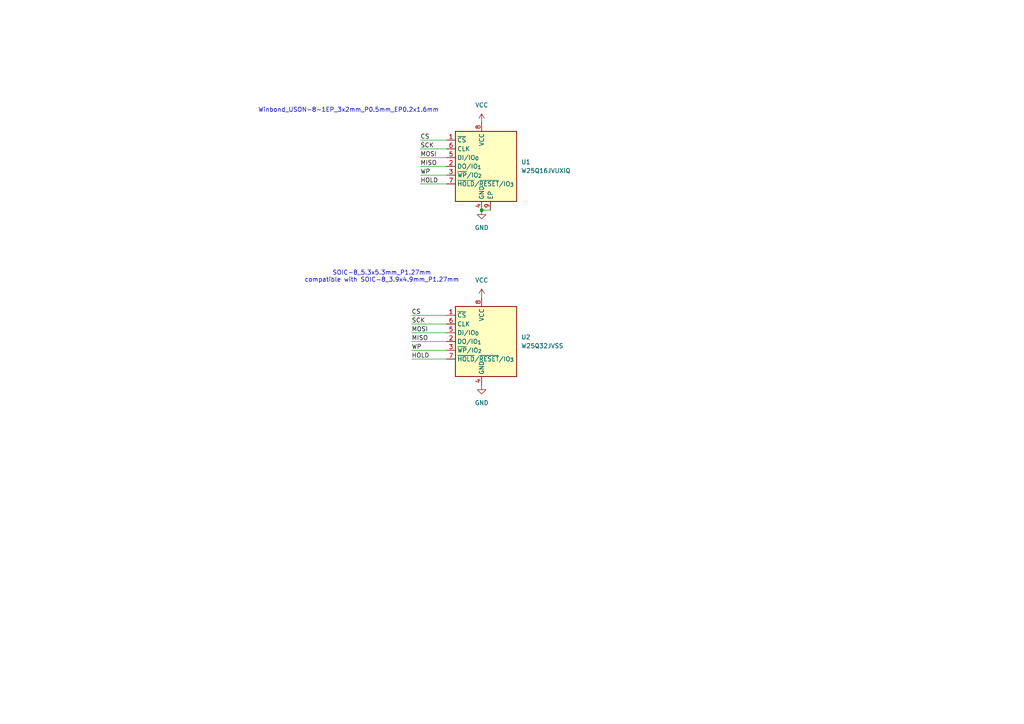
<source format=kicad_sch>
(kicad_sch (version 20250114) (generator "eeschema") (generator_version "9.0")
  (paper "A4")
  (lib_symbols
    (symbol "Memory_Flash:W25Q32JVSS"
      (property "Reference" "U" (at -6.35 11.43 0))
      (property "Value" "W25Q32JVSS" (at 7.62 11.43 0))
      (symbol "W25Q32JVSS_0_1"
        (rectangle (start -7.62 10.16) (end 10.16 -10.16) (stroke (width 0.254)) (fill (type background)))
      )
      (symbol "W25Q32JVSS_1_1"
        (pin input line (at -10.16 7.62 0) (length 2.54) (name "~{CS}") (number "1"))
        (pin input line (at -10.16 5.08 0) (length 2.54) (name "CLK") (number "6"))
        (pin bidirectional line (at -10.16 2.54 0) (length 2.54) (name "DI/IO_{0}") (number "5"))
        (pin bidirectional line (at -10.16 0 0) (length 2.54) (name "DO/IO_{1}") (number "2"))
        (pin bidirectional line (at -10.16 -2.54 0) (length 2.54) (name "~{WP}/IO_{2}") (number "3"))
        (pin bidirectional line (at -10.16 -5.08 0) (length 2.54) (name "~{HOLD}/~{RESET}/IO_{3}") (number "7"))
        (pin power_in line (at 0 12.7 270) (length 2.54) (name "VCC") (number "8"))
        (pin power_in line (at 0 -12.7 90) (length 2.54) (name "GND") (number "4"))
      )
    )
    (symbol "Memory_Flash:W25Q32JVZP"
      (property "Reference" "U" (at -6.35 11.43 0))
      (property "Value" "W25Q32JVZP" (at 7.62 11.43 0))
      (symbol "W25Q32JVZP_0_1"
        (rectangle (start -7.62 10.16) (end 10.16 -10.16) (stroke (width 0.254)) (fill (type background)))
      )
      (symbol "W25Q32JVZP_1_1"
        (pin input line (at -10.16 7.62 0) (length 2.54) (name "~{CS}") (number "1"))
        (pin input line (at -10.16 5.08 0) (length 2.54) (name "CLK") (number "6"))
        (pin bidirectional line (at -10.16 2.54 0) (length 2.54) (name "DI/IO_{0}") (number "5"))
        (pin bidirectional line (at -10.16 0 0) (length 2.54) (name "DO/IO_{1}") (number "2"))
        (pin bidirectional line (at -10.16 -2.54 0) (length 2.54) (name "~{WP}/IO_{2}") (number "3"))
        (pin bidirectional line (at -10.16 -5.08 0) (length 2.54) (name "~{HOLD}/~{RESET}/IO_{3}") (number "7"))
        (pin power_in line (at 0 12.7 270) (length 2.54) (name "VCC") (number "8"))
        (pin power_in line (at 0 -12.7 90) (length 2.54) (name "GND") (number "4"))
        (pin passive line (at 2.54 -12.7 90) (length 2.54) (name "EP") (number "9"))
      )
    )
    (symbol "power:GND" (power) (pin_numbers (hide yes)) (pin_names (offset 0) (hide yes))
      (property "Value" "GND" (at 0 -3.81 0))
      (symbol "GND_0_1"
        (polyline (pts (xy 0 0) (xy 0 -1.27) (xy 1.27 -1.27) (xy 0 -2.54) (xy -1.27 -1.27) (xy 0 -1.27)))
      )
      (symbol "GND_1_1"
        (pin power_in line (at 0 0 270) (length 0) (name "~") (number "1"))
      )
    )
    (symbol "power:VCC" (power) (pin_numbers (hide yes)) (pin_names (offset 0) (hide yes))
      (property "Value" "VCC" (at 0 3.556 0))
      (symbol "VCC_0_1"
        (polyline (pts (xy -0.762 1.27) (xy 0 2.54)))
        (polyline (pts (xy 0 2.54) (xy 0.762 1.27)))
        (polyline (pts (xy 0 0) (xy 0 2.54)))
      )
      (symbol "VCC_1_1"
        (pin power_in line (at 0 0 90) (length 0) (name "~") (number "1"))
      )
    )
  )
  (text "SOIC-8_5.3x5.3mm_P1.27mm\ncompatible with SOIC-8_3.9x4.9mm_P1.27mm" (at 110.744 80.264 0) (effects (font (size 1.27 1.27))))
  (text "Winbond_USON-8-1EP_3x2mm_P0.5mm_EP0.2x1.6mm" (at 101.092 32.004 0) (effects (font (size 1.27 1.27))))
  (junction (at 139.7 60.96))
  (wire (pts (xy 121.92 48.26) (xy 129.54 48.26)))
  (wire (pts (xy 119.38 91.44) (xy 129.54 91.44)))
  (wire (pts (xy 121.92 53.34) (xy 129.54 53.34)))
  (wire (pts (xy 119.38 99.06) (xy 129.54 99.06)))
  (wire (pts (xy 119.38 96.52) (xy 129.54 96.52)))
  (wire (pts (xy 119.38 93.98) (xy 129.54 93.98)))
  (wire (pts (xy 121.92 40.64) (xy 129.54 40.64)))
  (wire (pts (xy 119.38 101.6) (xy 129.54 101.6)))
  (wire (pts (xy 119.38 104.14) (xy 129.54 104.14)))
  (wire (pts (xy 139.7 60.96) (xy 142.24 60.96)))
  (wire (pts (xy 121.92 50.8) (xy 129.54 50.8)))
  (wire (pts (xy 121.92 43.18) (xy 129.54 43.18)))
  (wire (pts (xy 121.92 45.72) (xy 129.54 45.72)))
  (label "MISO" (at 119.38 99.06 0))
  (label "WP" (at 121.92 50.8 0))
  (label "HOLD" (at 119.38 104.14 0))
  (label "HOLD" (at 121.92 53.34 0))
  (label "SCK" (at 119.38 93.98 0))
  (label "MOSI" (at 119.38 96.52 0))
  (label "SCK" (at 121.92 43.18 0))
  (label "MISO" (at 121.92 48.26 0))
  (label "CS" (at 119.38 91.44 0))
  (label "CS" (at 121.92 40.64 0))
  (label "WP" (at 119.38 101.6 0))
  (label "MOSI" (at 121.92 45.72 0))
  (symbol (lib_id "power:VCC") (at 139.7 35.56 0) (unit 1)
    (property "Reference" "#PWR013" (effects (hide yes)))
    (property "Value" "VCC" (at 139.7 30.48 0))
    (property "Description" "Power symbol creates a global label with name \"VCC\"" (effects (hide yes)))
  )
  (symbol (lib_id "Memory_Flash:W25Q32JVZP") (at 139.7 48.26 0) (unit 1)
    (property "Reference" "U1" (at 151.13 46.9899 0) (effects (justify left)))
    (property "Value" "W25Q16JVUXIQ" (at 151.13 49.5299 0) (effects (justify left)))
    (property "Footprint" "Package_SON:Winbond_USON-8-1EP_3x2mm_P0.5mm_EP0.2x1.6mm" (effects (hide yes)))
    (property "Datasheet" "http://www.winbond.com/resource-files/w25q32jv%20revg%2003272018%20plus.pdf" (effects (hide yes)))
    (property "Description" "32Mbit / 4MiB Serial Flash Memory, Standard/Dual/Quad SPI, 2.7-3.6V, WSON-8" (effects (hide yes)))
  )
  (symbol (lib_id "Memory_Flash:W25Q32JVSS") (at 139.7 99.06 0) (unit 1)
    (property "Reference" "U2" (at 151.13 97.7899 0) (effects (justify left)))
    (property "Value" "W25Q32JVSS" (at 151.13 100.3299 0) (effects (justify left)))
    (property "Footprint" "Project:Custom-TopBottom-SOIC-8_5.3x5.3mm_P1.27mm" (effects (hide yes)))
    (property "Datasheet" "http://www.winbond.com/resource-files/w25q32jv%20revg%2003272018%20plus.pdf" (effects (hide yes)))
    (property "Description" "32Mbit / 4MiB Serial Flash Memory, Standard/Dual/Quad SPI, 2.7-3.6V, SOIC-8 (208 mil)" (effects (hide yes)))
  )
  (symbol (lib_id "power:GND") (at 139.7 60.96 0) (unit 1)
    (property "Reference" "#PWR014" (effects (hide yes)))
    (property "Value" "GND" (at 139.7 66.04 0))
    (property "Description" "Power symbol creates a global label with name \"GND\" , ground" (effects (hide yes)))
  )
  (symbol (lib_id "power:GND") (at 139.7 111.76 0) (unit 1)
    (property "Reference" "#PWR04" (effects (hide yes)))
    (property "Value" "GND" (at 139.7 116.84 0))
    (property "Description" "Power symbol creates a global label with name \"GND\" , ground" (effects (hide yes)))
  )
  (symbol (lib_id "power:VCC") (at 139.7 86.36 0) (unit 1)
    (property "Reference" "#PWR03" (effects (hide yes)))
    (property "Value" "VCC" (at 139.7 81.28 0))
    (property "Description" "Power symbol creates a global label with name \"VCC\"" (effects (hide yes)))
  )
)
</source>
